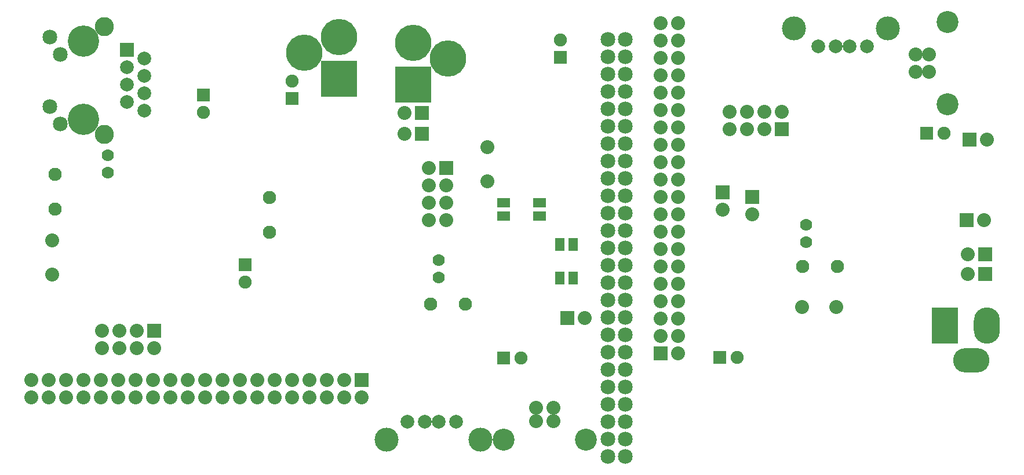
<source format=gbs>
G04 (created by PCBNEW-RS274X (2011-03-30 BZR 2932)-stable) date 18/05/2011 11:49:28 p.m.*
G01*
G70*
G90*
%MOIN*%
G04 Gerber Fmt 3.4, Leading zero omitted, Abs format*
%FSLAX34Y34*%
G04 APERTURE LIST*
%ADD10C,0.006000*%
%ADD11C,0.076000*%
%ADD12C,0.209000*%
%ADD13R,0.209000X0.209000*%
%ADD14R,0.075000X0.075000*%
%ADD15C,0.075000*%
%ADD16R,0.080000X0.080000*%
%ADD17C,0.080000*%
%ADD18C,0.085000*%
%ADD19C,0.070000*%
%ADD20R,0.055000X0.075000*%
%ADD21R,0.075000X0.055000*%
%ADD22C,0.079100*%
%ADD23C,0.138100*%
%ADD24C,0.126300*%
%ADD25O,0.150000X0.209000*%
%ADD26O,0.209000X0.140000*%
%ADD27C,0.180000*%
%ADD28R,0.079100X0.079100*%
%ADD29C,0.110000*%
G04 APERTURE END LIST*
G54D10*
G54D11*
X57750Y-26600D03*
X55750Y-26600D03*
G54D12*
X54750Y-11550D03*
G54D13*
X54750Y-13950D03*
G54D12*
X56750Y-12450D03*
G54D14*
X59950Y-29700D03*
G54D15*
X60950Y-29700D03*
G54D14*
X63200Y-12400D03*
G54D15*
X63200Y-11400D03*
G54D16*
X55250Y-16800D03*
G54D17*
X54250Y-16800D03*
G54D16*
X63600Y-27400D03*
G54D17*
X64600Y-27400D03*
G54D16*
X55250Y-15600D03*
G54D17*
X54250Y-15600D03*
G54D16*
X56650Y-18750D03*
G54D17*
X55650Y-18750D03*
X56650Y-19750D03*
X55650Y-19750D03*
X56650Y-20750D03*
X55650Y-20750D03*
X56650Y-21750D03*
X55650Y-21750D03*
G54D18*
X65950Y-23350D03*
X66950Y-23350D03*
X65950Y-22350D03*
X66950Y-22350D03*
X65950Y-21350D03*
X66950Y-21350D03*
X66950Y-18350D03*
X65950Y-18350D03*
X66950Y-19350D03*
X65950Y-19350D03*
X66950Y-20350D03*
X65950Y-20350D03*
X65950Y-14350D03*
X66950Y-14350D03*
X65950Y-13350D03*
X66950Y-13350D03*
X66950Y-15350D03*
X65950Y-15350D03*
X66950Y-16350D03*
X65950Y-16350D03*
X66950Y-17350D03*
X65950Y-17350D03*
X65950Y-29350D03*
X66950Y-29350D03*
X65950Y-28350D03*
X66950Y-28350D03*
X65950Y-27350D03*
X66950Y-27350D03*
X66950Y-24350D03*
X65950Y-24350D03*
X66950Y-25350D03*
X65950Y-25350D03*
X66950Y-26350D03*
X65950Y-26350D03*
X65950Y-32350D03*
X66950Y-32350D03*
X65950Y-31350D03*
X66950Y-31350D03*
X65950Y-30350D03*
X66950Y-30350D03*
X66950Y-11350D03*
X65950Y-11350D03*
X66950Y-12350D03*
X65950Y-12350D03*
X66950Y-33350D03*
X65950Y-33350D03*
X66950Y-34350D03*
X65950Y-34350D03*
X66950Y-35350D03*
X65950Y-35350D03*
G54D19*
X56200Y-24050D03*
X56200Y-25050D03*
G54D20*
X63175Y-23150D03*
X63925Y-23150D03*
G54D21*
X59950Y-21525D03*
X59950Y-20775D03*
G54D20*
X63175Y-25100D03*
X63925Y-25100D03*
G54D21*
X62000Y-21525D03*
X62000Y-20775D03*
G54D17*
X59000Y-19534D03*
X59000Y-17566D03*
G54D22*
X54400Y-33350D03*
X55400Y-33350D03*
X56200Y-33350D03*
X57200Y-33350D03*
G54D23*
X53200Y-34400D03*
X58600Y-34400D03*
G54D17*
X61800Y-32550D03*
X62800Y-32550D03*
X62800Y-33337D03*
X61800Y-33337D03*
G54D24*
X59938Y-34400D03*
X64662Y-34400D03*
G54D16*
X86575Y-21775D03*
G54D17*
X87575Y-21775D03*
G54D16*
X86725Y-17125D03*
G54D17*
X87725Y-17125D03*
G54D16*
X74225Y-20425D03*
G54D17*
X74225Y-21425D03*
G54D11*
X77125Y-24425D03*
X79125Y-24425D03*
G54D25*
X87725Y-27825D03*
G54D10*
G36*
X86075Y-26780D02*
X86075Y-28870D01*
X84575Y-28870D01*
X84575Y-26780D01*
X86075Y-26780D01*
X86075Y-26780D01*
G37*
G54D26*
X86825Y-29825D03*
G54D14*
X72375Y-29675D03*
G54D15*
X73375Y-29675D03*
G54D14*
X84275Y-16775D03*
G54D15*
X85275Y-16775D03*
G54D16*
X68975Y-29425D03*
G54D17*
X69975Y-29425D03*
X68975Y-24425D03*
X69975Y-28425D03*
X68975Y-23425D03*
X69975Y-27425D03*
X68975Y-22425D03*
X69975Y-26425D03*
X68975Y-21425D03*
X69975Y-25425D03*
X68975Y-20425D03*
X69975Y-24425D03*
X68975Y-19425D03*
X69975Y-23425D03*
X68975Y-18425D03*
X69975Y-22425D03*
X68975Y-17425D03*
X69975Y-21425D03*
X68975Y-16425D03*
X69975Y-20425D03*
X68975Y-15425D03*
X69975Y-19425D03*
X68975Y-14425D03*
X69975Y-18425D03*
X69975Y-17425D03*
X68975Y-13425D03*
X69975Y-16425D03*
X69975Y-14425D03*
X69975Y-13425D03*
X69975Y-12425D03*
X69975Y-11425D03*
X68975Y-12425D03*
X68975Y-11425D03*
X68975Y-28425D03*
X68975Y-27425D03*
X68975Y-26425D03*
X68975Y-25425D03*
X68975Y-10425D03*
X69975Y-10425D03*
X69975Y-15425D03*
G54D16*
X87625Y-24875D03*
G54D17*
X86625Y-24875D03*
G54D16*
X87625Y-23725D03*
G54D17*
X86625Y-23725D03*
G54D16*
X72525Y-20175D03*
G54D17*
X72525Y-21175D03*
G54D16*
X75925Y-16525D03*
G54D17*
X75925Y-15525D03*
X74925Y-16525D03*
X74925Y-15525D03*
X73925Y-16525D03*
X73925Y-15525D03*
X72925Y-16525D03*
X72925Y-15525D03*
G54D19*
X77325Y-22025D03*
X77325Y-23025D03*
G54D17*
X79059Y-26775D03*
X77091Y-26775D03*
G54D22*
X80825Y-11775D03*
X79825Y-11775D03*
X79025Y-11775D03*
X78025Y-11775D03*
G54D23*
X82025Y-10725D03*
X76625Y-10725D03*
G54D17*
X83625Y-13225D03*
X83625Y-12225D03*
X84412Y-12225D03*
X84412Y-13225D03*
G54D24*
X85475Y-15087D03*
X85475Y-10363D03*
G54D14*
X47775Y-14775D03*
G54D15*
X47775Y-13775D03*
G54D14*
X42675Y-14575D03*
G54D15*
X42675Y-15575D03*
G54D14*
X45075Y-24325D03*
G54D15*
X45075Y-25325D03*
G54D11*
X34125Y-19125D03*
X34125Y-21125D03*
X46475Y-20475D03*
X46475Y-22475D03*
G54D12*
X50475Y-11225D03*
G54D13*
X50475Y-13625D03*
G54D12*
X48475Y-12125D03*
G54D16*
X51775Y-30975D03*
G54D17*
X51775Y-31975D03*
X46775Y-30975D03*
X50775Y-31975D03*
X45775Y-30975D03*
X49775Y-31975D03*
X44775Y-30975D03*
X48775Y-31975D03*
X43775Y-30975D03*
X47775Y-31975D03*
X42775Y-30975D03*
X46775Y-31975D03*
X41775Y-30975D03*
X45775Y-31975D03*
X40775Y-30975D03*
X44775Y-31975D03*
X39775Y-30975D03*
X43775Y-31975D03*
X38775Y-30975D03*
X42775Y-31975D03*
X37775Y-30975D03*
X41775Y-31975D03*
X36775Y-30975D03*
X40775Y-31975D03*
X39775Y-31975D03*
X35775Y-30975D03*
X38775Y-31975D03*
X36775Y-31975D03*
X35775Y-31975D03*
X34775Y-31975D03*
X33775Y-31975D03*
X34775Y-30975D03*
X33775Y-30975D03*
X50775Y-30975D03*
X49775Y-30975D03*
X48775Y-30975D03*
X47775Y-30975D03*
X32775Y-30975D03*
X32775Y-31975D03*
X37775Y-31975D03*
G54D16*
X39825Y-28125D03*
G54D17*
X39825Y-29125D03*
X38825Y-28125D03*
X38825Y-29125D03*
X37825Y-28125D03*
X37825Y-29125D03*
X36825Y-28125D03*
X36825Y-29125D03*
G54D19*
X37175Y-19025D03*
X37175Y-18025D03*
G54D27*
X35775Y-15975D03*
X35775Y-11475D03*
G54D28*
X38275Y-11975D03*
G54D22*
X39275Y-12475D03*
X38275Y-12975D03*
X39275Y-13475D03*
X38275Y-13975D03*
X39275Y-14475D03*
X38275Y-14975D03*
X39275Y-15475D03*
G54D29*
X36975Y-10625D03*
X36975Y-16825D03*
G54D18*
X33845Y-11235D03*
X34445Y-12235D03*
X33845Y-15215D03*
X34445Y-16215D03*
G54D17*
X33975Y-22941D03*
X33975Y-24909D03*
M02*

</source>
